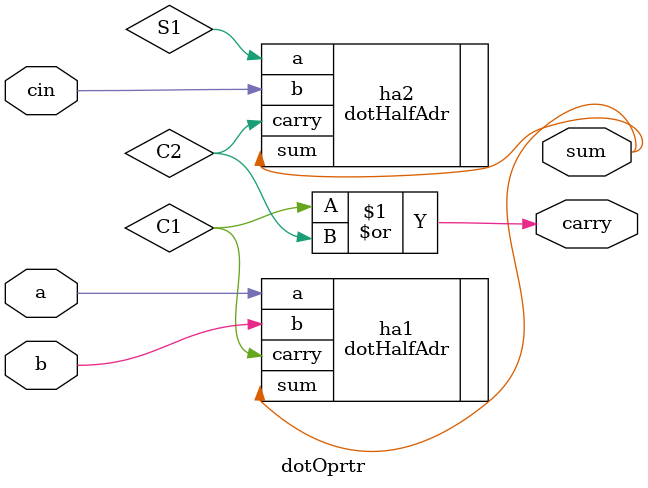
<source format=v>
`timescale 1ns / 1ps


module dotOprtr(
    input a,
    input b,
    input cin,
    output sum,
    output carry
    );
    wire S1, C1, C2;
    //Instantiate the half adder 1
    dotHalfAdr ha1(.a(a),.b(b),.sum(sum),.carry(C1));
    //Instantiate the half adder 2
    dotHalfAdr ha2(.a(S1),.b(cin),.sum(sum),.carry(C2));
    or (carry, C1, C2);
endmodule

</source>
